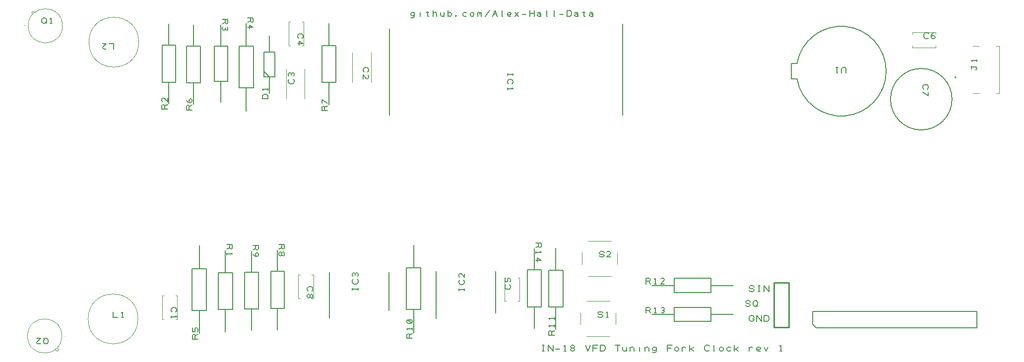
<source format=gbr>
G04 DesignSpark PCB Gerber Version 9.0 Build 5138 *
%FSLAX35Y35*%
%MOIN*%
%ADD12C,0.00394*%
%ADD10C,0.00500*%
%ADD11C,0.00787*%
%ADD13C,0.01000*%
X0Y0D02*
D02*
D10*
X20261Y230421D02*
Y231671D01*
X20574Y232296*
X20887Y232609*
X21511Y232921*
X22137*
X22761Y232609*
X23074Y232296*
X23387Y231671*
Y230421*
X23074Y229796*
X22761Y229484*
X22137Y229171*
X21511*
X20887Y229484*
X20574Y229796*
X20261Y230421*
X22449Y230109D02*
X23387Y229171D01*
X25887D02*
X27137D01*
X26511D02*
Y232921D01*
X25887Y232296*
X24439Y16279D02*
Y15029D01*
X24126Y14404*
X23813Y14091*
X23189Y13779*
X22563*
X21939Y14091*
X21626Y14404*
X21313Y15029*
Y16279*
X21626Y16904*
X21939Y17216*
X22563Y17529*
X23189*
X23813Y17216*
X24126Y16904*
X24439Y16279*
X22251Y16591D02*
X21313Y17529D01*
X16939D02*
X19439D01*
X17251Y15341*
X16939Y14716*
X17251Y14091*
X17876Y13779*
X18813*
X19439Y14091*
X68100Y35287D02*
Y31537D01*
X71225*
X73725D02*
X74975D01*
X74350D02*
Y35287D01*
X73725Y34663*
X68600Y211913D02*
Y215663D01*
X65475*
X61100D02*
X63600D01*
X61413Y213475*
X61100Y212850*
X61413Y212225*
X62037Y211913*
X62975*
X63600Y212225*
X104663Y171600D02*
X100913D01*
Y173787*
X101225Y174413*
X101850Y174725*
X102475Y174413*
X102787Y173787*
Y171600*
Y173787D02*
X104663Y174725D01*
Y179100D02*
Y176600D01*
X102475Y178787*
X101850Y179100*
X101225Y178787*
X100913Y178163*
Y177225*
X101225Y176600*
X107663Y35132D02*
X107350Y35445D01*
X107037Y36070*
Y37007*
X107350Y37632*
X107663Y37945*
X108287Y38257*
X109537*
X110163Y37945*
X110475Y37632*
X110787Y37007*
Y36070*
X110475Y35445*
X110163Y35132*
X107037Y32632D02*
Y31382D01*
Y32007D02*
X110787D01*
X110163Y32632*
X121163Y171100D02*
X117413D01*
Y173287*
X117725Y173913*
X118350Y174225*
X118975Y173913*
X119287Y173287*
Y171100*
Y173287D02*
X121163Y174225D01*
X120225Y176100D02*
X119600Y176413D01*
X119287Y177037*
Y177663*
X119600Y178287*
X120225Y178600*
X120850Y178287*
X121163Y177663*
Y177037*
X120850Y176413*
X120225Y176100*
X119287*
X118350Y176413*
X117725Y177037*
X117413Y177663*
X125163Y17100D02*
X121413D01*
Y19287*
X121725Y19913*
X122350Y20225*
X122975Y19913*
X123287Y19287*
Y17100*
Y19287D02*
X125163Y20225D01*
X124850Y22100D02*
X125163Y22725D01*
Y23663*
X124850Y24287*
X124225Y24600*
X123913*
X123287Y24287*
X122975Y23663*
Y22100*
X121413*
Y24600*
X141537Y232100D02*
X145287D01*
Y229913*
X144975Y229287*
X144350Y228975*
X143725Y229287*
X143413Y229913*
Y232100*
Y229913D02*
X141537Y228975D01*
X141850Y226787D02*
X141537Y226163D01*
Y225537*
X141850Y224913*
X142475Y224600*
X143100Y224913*
X143413Y225537*
Y226163*
Y225537D02*
X143725Y224913D01*
X144350Y224600*
X144975Y224913*
X145287Y225537*
Y226163*
X144975Y226787*
X144537Y80600D02*
X148287D01*
Y78413*
X147975Y77787*
X147350Y77475*
X146725Y77787*
X146413Y78413*
Y80600*
Y78413D02*
X144537Y77475D01*
Y74975D02*
Y73725D01*
Y74350D02*
X148287D01*
X147663Y74975*
X158537Y233100D02*
X162287D01*
Y230913*
X161975Y230287*
X161350Y229975*
X160725Y230287*
X160413Y230913*
Y233100*
Y230913D02*
X158537Y229975D01*
Y226537D02*
X162287D01*
X159787Y228100*
Y225600*
X162037Y80100D02*
X165787D01*
Y77913*
X165475Y77287*
X164850Y76975*
X164225Y77287*
X163913Y77913*
Y80100*
Y77913D02*
X162037Y76975D01*
Y74163D02*
X162350Y73537D01*
X162975Y72913*
X163913Y72600*
X164850*
X165475Y72913*
X165787Y73537*
Y74163*
X165475Y74787*
X164850Y75100*
X164225Y74787*
X163913Y74163*
Y73537*
X164225Y72913*
X164850Y72600*
X172163Y178600D02*
X168413D01*
Y180475*
X168725Y181100*
X169037Y181413*
X169663Y181725*
X170913*
X171537Y181413*
X171850Y181100*
X172163Y180475*
Y178600*
Y184225D02*
Y185475D01*
Y184850D02*
X168413D01*
X169037Y184225*
X179537Y80600D02*
X183287D01*
Y78413*
X182975Y77787*
X182350Y77475*
X181725Y77787*
X181413Y78413*
Y80600*
Y78413D02*
X179537Y77475D01*
X181413Y74663D02*
Y74037D01*
X181725Y73413*
X182350Y73100*
X182975Y73413*
X183287Y74037*
Y74663*
X182975Y75287*
X182350Y75600*
X181725Y75287*
X181413Y74663*
X181100Y75287*
X180475Y75600*
X179850Y75287*
X179537Y74663*
Y74037*
X179850Y73413*
X180475Y73100*
X181100Y73413*
X181413Y74037*
X189037Y191725D02*
X189350Y191413D01*
X189663Y190787*
Y189850*
X189350Y189225*
X189037Y188913*
X188413Y188600*
X187163*
X186537Y188913*
X186225Y189225*
X185913Y189850*
Y190787*
X186225Y191413*
X186537Y191725*
X189350Y193913D02*
X189663Y194537D01*
Y195163*
X189350Y195787*
X188725Y196100*
X188100Y195787*
X187787Y195163*
Y194537*
Y195163D02*
X187475Y195787D01*
X186850Y196100*
X186225Y195787*
X185913Y195163*
Y194537*
X186225Y193913*
X192663Y219132D02*
X192350Y219445D01*
X192037Y220070*
Y221007*
X192350Y221632*
X192663Y221945*
X193287Y222257*
X194537*
X195163Y221945*
X195475Y221632*
X195787Y221007*
Y220070*
X195475Y219445*
X195163Y219132*
X192037Y215695D02*
X195787D01*
X193287Y217257*
Y214757*
X199163Y49132D02*
X198850Y49445D01*
X198537Y50070*
Y51007*
X198850Y51632*
X199163Y51945*
X199787Y52257*
X201037*
X201663Y51945*
X201975Y51632*
X202287Y51007*
Y50070*
X201975Y49445*
X201663Y49132*
X200413Y46320D02*
Y45695D01*
X200725Y45070*
X201350Y44757*
X201975Y45070*
X202287Y45695*
Y46320*
X201975Y46945*
X201350Y47257*
X200725Y46945*
X200413Y46320*
X200100Y46945*
X199475Y47257*
X198850Y46945*
X198537Y46320*
Y45695*
X198850Y45070*
X199475Y44757*
X200100Y45070*
X200413Y45695*
X212163Y170600D02*
X208413D01*
Y172787*
X208725Y173413*
X209350Y173725*
X209975Y173413*
X210287Y172787*
Y170600*
Y172787D02*
X212163Y173725D01*
Y175600D02*
X208413Y178100D01*
Y175600*
X232663Y50037D02*
Y51287D01*
Y50663D02*
X228913D01*
Y50037D02*
Y51287D01*
X232037Y57225D02*
X232350Y56913D01*
X232663Y56287*
Y55350*
X232350Y54725*
X232037Y54413*
X231413Y54100*
X230163*
X229537Y54413*
X229225Y54725*
X228913Y55350*
Y56287*
X229225Y56913*
X229537Y57225*
X232350Y59413D02*
X232663Y60037D01*
Y60663*
X232350Y61287*
X231725Y61600*
X231100Y61287*
X230787Y60663*
Y60037*
Y60663D02*
X230475Y61287D01*
X229850Y61600*
X229225Y61287*
X228913Y60663*
Y60037*
X229225Y59413*
X236663Y196475D02*
X236350Y196787D01*
X236037Y197413*
Y198350*
X236350Y198975*
X236663Y199287*
X237287Y199600*
X238537*
X239163Y199287*
X239475Y198975*
X239787Y198350*
Y197413*
X239475Y196787*
X239163Y196475*
X236037Y192100D02*
Y194600D01*
X238225Y192413*
X238850Y192100*
X239475Y192413*
X239787Y193037*
Y193975*
X239475Y194600*
X270600Y235600D02*
X270287Y236225D01*
X269663Y236537*
X269037*
X268413Y236225*
X268100Y235600*
Y235287*
X268413Y234663*
X269037Y234350*
X269663*
X270287Y234663*
X270600Y235287*
Y236537D02*
Y234037D01*
X270287Y233413*
X269663Y233100*
X268725*
X268100Y233413*
X274350Y234037D02*
Y236537D01*
Y237475D02*
X278621Y236537*
X280079D01*
X279350Y237163D02*
Y234350D01*
X279663Y234037*
X279975*
X280287Y234350*
X283100Y234037D02*
Y237787D01*
Y235600D02*
X283413Y236225D01*
X284037Y236537*
X284663*
X285287Y236225*
X285600Y235600*
Y234037*
X288100Y236537D02*
Y234975D01*
X288413Y234350*
X289037Y234037*
X289663*
X290287Y234350*
X290600Y234975*
Y236537D02*
Y234037D01*
X293100Y234975D02*
X293413Y234350D01*
X294037Y234037*
X294663*
X295287Y234350*
X295600Y234975*
Y235600*
X295287Y236225*
X294663Y236537*
X294037*
X293413Y236225*
X293100Y235600*
Y234037D02*
Y237787D01*
X298413Y234037D02*
X298725Y234350D01*
X298413Y234663*
X298100Y234350*
X298413Y234037*
X305600Y236225D02*
X304975Y236537D01*
X304037*
X303413Y236225*
X303100Y235600*
Y234975*
X303413Y234350*
X304037Y234037*
X304975*
X305600Y234350*
X308100Y234975D02*
X308413Y234350D01*
X309037Y234037*
X309663*
X310287Y234350*
X310600Y234975*
Y235600*
X310287Y236225*
X309663Y236537*
X309037*
X308413Y236225*
X308100Y235600*
Y234975*
X313100Y234037D02*
Y236537D01*
Y236225D02*
X313413Y236537D01*
X314037*
X314350Y236225*
Y235287*
Y236225D02*
X314663Y236537D01*
X315287*
X315600Y236225*
Y234037*
X318100D02*
X321225Y237787D01*
X323100Y234037D02*
X324663Y237787D01*
X326225Y234037*
X323725Y235600D02*
X325600D01*
X329663Y234037D02*
X329350D01*
Y237787*
X335600Y234350D02*
X335287Y234037D01*
X334663*
X334037*
X333413Y234350*
X333100Y234975*
Y235913*
X333413Y236225*
X334037Y236537*
X334663*
X335287Y236225*
X335600Y235913*
Y235600*
X335287Y235287*
X334663Y234975*
X334037*
X333413Y235287*
X333100Y235600*
X338100Y234037D02*
X340600Y236537D01*
Y234037D02*
X338100Y236537D01*
X343100Y235287D02*
X345600D01*
X348100Y234037D02*
Y237787D01*
Y235913D02*
X351225D01*
Y234037D02*
Y237787D01*
X353100Y236225D02*
X353725Y236537D01*
X354663*
X355287Y236225*
X355600Y235600*
Y234663*
X355287Y234350*
X354663Y234037*
X354037*
X353413Y234350*
X353100Y234663*
Y234975*
X353413Y235287*
X354037Y235600*
X354663*
X355287Y235287*
X355600Y234975*
Y234663D02*
Y234037D01*
X359663D02*
X359350D01*
Y237787*
X364663Y234037D02*
X364350D01*
Y237787*
X368100Y235287D02*
X370600D01*
X373100Y234037D02*
Y237787D01*
X374975*
X375600Y237475*
X375913Y237163*
X376225Y236537*
Y235287*
X375913Y234663*
X375600Y234350*
X374975Y234037*
X373100*
X378100Y236225D02*
X378725Y236537D01*
X379663*
X380287Y236225*
X380600Y235600*
Y234663*
X380287Y234350*
X379663Y234037*
X379037*
X378413Y234350*
X378100Y234663*
Y234975*
X378413Y235287*
X379037Y235600*
X379663*
X380287Y235287*
X380600Y234975*
Y234663D02*
Y234037D01*
X383621Y236537D02*
X385079D01*
X384350Y237163D02*
Y234350D01*
X384663Y234037*
X384975*
X385287Y234350*
X388100Y236225D02*
X388725Y236537D01*
X389663*
X390287Y236225*
X390600Y235600*
Y234663*
X390287Y234350*
X389663Y234037*
X389037*
X388413Y234350*
X388100Y234663*
Y234975*
X388413Y235287*
X389037Y235600*
X389663*
X390287Y235287*
X390600Y234975*
Y234663D02*
Y234037D01*
X269163Y17600D02*
X265413D01*
Y19787*
X265725Y20413*
X266350Y20725*
X266975Y20413*
X267287Y19787*
Y17600*
Y19787D02*
X269163Y20725D01*
Y23225D02*
Y24475D01*
Y23850D02*
X265413D01*
X266037Y23225*
X268850Y27913D02*
X269163Y28537D01*
Y29163*
X268850Y29787*
X268225Y30100*
X266350*
X265725Y29787*
X265413Y29163*
Y28537*
X265725Y27913*
X266350Y27600*
X268225*
X268850Y27913*
X265725Y29787*
X304163Y49537D02*
Y50787D01*
Y50163D02*
X300413D01*
Y49537D02*
Y50787D01*
X303537Y56725D02*
X303850Y56413D01*
X304163Y55787*
Y54850*
X303850Y54225*
X303537Y53913*
X302913Y53600*
X301663*
X301037Y53913*
X300725Y54225*
X300413Y54850*
Y55787*
X300725Y56413*
X301037Y56725*
X304163Y61100D02*
Y58600D01*
X301975Y60787*
X301350Y61100*
X300725Y60787*
X300413Y60163*
Y59225*
X300725Y58600*
X333037Y195663D02*
Y194413D01*
Y195037D02*
X336787D01*
Y195663D02*
Y194413D01*
X333663Y188475D02*
X333350Y188787D01*
X333037Y189413*
Y190350*
X333350Y190975*
X333663Y191287*
X334287Y191600*
X335537*
X336163Y191287*
X336475Y190975*
X336787Y190350*
Y189413*
X336475Y188787*
X336163Y188475*
X333037Y185975D02*
Y184725D01*
Y185350D02*
X336787D01*
X336163Y185975*
X334537Y53568D02*
X334850Y53255D01*
X335163Y52630*
Y51693*
X334850Y51068*
X334537Y50755*
X333913Y50443*
X332663*
X332037Y50755*
X331725Y51068*
X331413Y51693*
Y52630*
X331725Y53255*
X332037Y53568*
X334850Y55443D02*
X335163Y56068D01*
Y57005*
X334850Y57630*
X334225Y57943*
X333913*
X333287Y57630*
X332975Y57005*
Y55443*
X331413*
Y57943*
X352037Y81600D02*
X355787D01*
Y79413*
X355475Y78787*
X354850Y78475*
X354225Y78787*
X353913Y79413*
Y81600*
Y79413D02*
X352037Y78475D01*
Y75975D02*
Y74725D01*
Y75350D02*
X355787D01*
X355163Y75975*
X352037Y70037D02*
X355787D01*
X353287Y71600*
Y69100*
X356537Y9037D02*
X357787D01*
X357163D02*
Y12787D01*
X356537D02*
X357787D01*
X360600Y9037D02*
Y12787D01*
X363725Y9037*
Y12787*
X365600Y10287D02*
X368100D01*
X371225Y9037D02*
X372475D01*
X371850D02*
Y12787D01*
X371225Y12163*
X376537Y10913D02*
X377163D01*
X377787Y11225*
X378100Y11850*
X377787Y12475*
X377163Y12787*
X376537*
X375913Y12475*
X375600Y11850*
X375913Y11225*
X376537Y10913*
X375913Y10600*
X375600Y9975*
X375913Y9350*
X376537Y9037*
X377163*
X377787Y9350*
X378100Y9975*
X377787Y10600*
X377163Y10913*
X385600Y12787D02*
X387163Y9037D01*
X388725Y12787*
X390600Y9037D02*
Y12787D01*
X393725*
X393100Y10913D02*
X390600D01*
X395600Y9037D02*
Y12787D01*
X397475*
X398100Y12475*
X398413Y12163*
X398725Y11537*
Y10287*
X398413Y9663*
X398100Y9350*
X397475Y9037*
X395600*
X407163D02*
Y12787D01*
X405600D02*
X408725D01*
X410600Y11537D02*
Y9975D01*
X410913Y9350*
X411537Y9037*
X412163*
X412787Y9350*
X413100Y9975*
Y11537D02*
Y9037D01*
X415600D02*
Y11537D01*
Y10600D02*
X415913Y11225D01*
X416537Y11537*
X417163*
X417787Y11225*
X418100Y10600*
Y9037*
X421850D02*
Y11537D01*
Y12475D02*
X425600Y9037*
Y11537D01*
Y10600D02*
X425913Y11225D01*
X426537Y11537*
X427163*
X427787Y11225*
X428100Y10600*
Y9037*
X433100Y10600D02*
X432787Y11225D01*
X432163Y11537*
X431537*
X430913Y11225*
X430600Y10600*
Y10287*
X430913Y9663*
X431537Y9350*
X432163*
X432787Y9663*
X433100Y10287*
Y11537D02*
Y9037D01*
X432787Y8413*
X432163Y8100*
X431225*
X430600Y8413*
X440600Y9037D02*
Y12787D01*
X443725*
X443100Y10913D02*
X440600D01*
X445600Y9975D02*
X445913Y9350D01*
X446537Y9037*
X447163*
X447787Y9350*
X448100Y9975*
Y10600*
X447787Y11225*
X447163Y11537*
X446537*
X445913Y11225*
X445600Y10600*
Y9975*
X450600Y9037D02*
Y11537D01*
Y10600D02*
X450913Y11225D01*
X451537Y11537*
X452163*
X452787Y11225*
X455600Y9037D02*
Y12787D01*
Y10287D02*
X456537D01*
X458100Y11537*
X456537Y10287D02*
X458100Y9037D01*
X468725Y9663D02*
X468413Y9350D01*
X467787Y9037*
X466850*
X466225Y9350*
X465913Y9663*
X465600Y10287*
Y11537*
X465913Y12163*
X466225Y12475*
X466850Y12787*
X467787*
X468413Y12475*
X468725Y12163*
X472163Y9037D02*
X471850D01*
Y12787*
X475600Y9975D02*
X475913Y9350D01*
X476537Y9037*
X477163*
X477787Y9350*
X478100Y9975*
Y10600*
X477787Y11225*
X477163Y11537*
X476537*
X475913Y11225*
X475600Y10600*
Y9975*
X483100Y11225D02*
X482475Y11537D01*
X481537*
X480913Y11225*
X480600Y10600*
Y9975*
X480913Y9350*
X481537Y9037*
X482475*
X483100Y9350*
X485600Y9037D02*
Y12787D01*
Y10287D02*
X486537D01*
X488100Y11537*
X486537Y10287D02*
X488100Y9037D01*
X495600D02*
Y11537D01*
Y10600D02*
X495913Y11225D01*
X496537Y11537*
X497163*
X497787Y11225*
X503100Y9350D02*
X502787Y9037D01*
X502163*
X501537*
X500913Y9350*
X500600Y9975*
Y10913*
X500913Y11225*
X501537Y11537*
X502163*
X502787Y11225*
X503100Y10913*
Y10600*
X502787Y10287*
X502163Y9975*
X501537*
X500913Y10287*
X500600Y10600*
X505600Y11537D02*
X506850Y9037D01*
X508100Y11537*
X516225Y9037D02*
X517475D01*
X516850D02*
Y12787D01*
X516225Y12163*
X364663Y19600D02*
X360913D01*
Y21787*
X361225Y22413*
X361850Y22725*
X362475Y22413*
X362787Y21787*
Y19600*
Y21787D02*
X364663Y22725D01*
Y25225D02*
Y26475D01*
Y25850D02*
X360913D01*
X361537Y25225*
X364663Y30225D02*
Y31475D01*
Y30850D02*
X360913D01*
X361537Y30225*
X393895Y32617D02*
X394208Y31992D01*
X394833Y31679*
X396083*
X396708Y31992*
X397020Y32617*
X396708Y33242*
X396083Y33554*
X394833*
X394208Y33867*
X393895Y34492*
X394208Y35117*
X394833Y35429*
X396083*
X396708Y35117*
X397020Y34492*
X399520Y31679D02*
X400770D01*
X400145D02*
Y35429D01*
X399520Y34804*
X394895Y73117D02*
X395208Y72492D01*
X395833Y72179*
X397083*
X397708Y72492*
X398020Y73117*
X397708Y73742*
X397083Y74054*
X395833*
X395208Y74367*
X394895Y74992*
X395208Y75617*
X395833Y75929*
X397083*
X397708Y75617*
X398020Y74992*
X402395Y72179D02*
X399895D01*
X402083Y74367*
X402395Y74992*
X402083Y75617*
X401458Y75929*
X400520*
X399895Y75617*
X426100Y34537D02*
Y38287D01*
X428287*
X428913Y37975*
X429225Y37350*
X428913Y36725*
X428287Y36413*
X426100*
X428287D02*
X429225Y34537D01*
X431725D02*
X432975D01*
X432350D02*
Y38287D01*
X431725Y37663*
X436413Y34850D02*
X437037Y34537D01*
X437663*
X438287Y34850*
X438600Y35475*
X438287Y36100*
X437663Y36413*
X437037*
X437663D02*
X438287Y36725D01*
X438600Y37350*
X438287Y37975*
X437663Y38287*
X437037*
X436413Y37975*
X426100Y54037D02*
Y57787D01*
X428287*
X428913Y57475*
X429225Y56850*
X428913Y56225*
X428287Y55913*
X426100*
X428287D02*
X429225Y54037D01*
X431725D02*
X432975D01*
X432350D02*
Y57787D01*
X431725Y57163*
X438600Y54037D02*
X436100D01*
X438287Y56225*
X438600Y56850*
X438287Y57475*
X437663Y57787*
X436725*
X436100Y57475*
X493100Y39975D02*
X493413Y39350D01*
X494037Y39037*
X495287*
X495913Y39350*
X496225Y39975*
X495913Y40600*
X495287Y40913*
X494037*
X493413Y41225*
X493100Y41850*
X493413Y42475*
X494037Y42787*
X495287*
X495913Y42475*
X496225Y41850*
X498100Y40287D02*
Y41537D01*
X498413Y42163*
X498725Y42475*
X499350Y42787*
X499975*
X500600Y42475*
X500913Y42163*
X501225Y41537*
Y40287*
X500913Y39663*
X500600Y39350*
X499975Y39037*
X499350*
X498725Y39350*
X498413Y39663*
X498100Y40287*
X500287Y39975D02*
X501225Y39037D01*
X497787Y30600D02*
X498725D01*
Y30287*
X498413Y29663*
X498100Y29350*
X497475Y29037*
X496850*
X496225Y29350*
X495913Y29663*
X495600Y30287*
Y31537*
X495913Y32163*
X496225Y32475*
X496850Y32787*
X497475*
X498100Y32475*
X498413Y32163*
X498725Y31537*
X500600Y29037D02*
Y32787D01*
X503725Y29037*
Y32787*
X505600Y29037D02*
Y32787D01*
X507475*
X508100Y32475*
X508413Y32163*
X508725Y31537*
Y30287*
X508413Y29663*
X508100Y29350*
X507475Y29037*
X505600*
X495600Y49975D02*
X495913Y49350D01*
X496537Y49037*
X497787*
X498413Y49350*
X498725Y49975*
X498413Y50600*
X497787Y50913*
X496537*
X495913Y51225*
X495600Y51850*
X495913Y52475*
X496537Y52787*
X497787*
X498413Y52475*
X498725Y51850*
X501537Y49037D02*
X502787D01*
X502163D02*
Y52787D01*
X501537D02*
X502787D01*
X505600Y49037D02*
Y52787D01*
X508725Y49037*
Y52787*
X527621Y191862D02*
G75*
G03Y202338I29707J5238D01*
G01*
X523684*
Y191862*
X527621*
X538100Y35600D02*
X648600D01*
Y24600*
X540600*
X538100Y27100*
Y35600*
X560600Y195913D02*
Y198725D01*
X560287Y199350*
X559663Y199663*
X558413*
X557787Y199350*
X557475Y198725*
Y195913*
X554975Y199663D02*
X553725D01*
X554350D02*
Y195913D01*
X554975Y196537*
X612663Y184975D02*
X612350Y185287D01*
X612037Y185913*
Y186850*
X612350Y187475*
X612663Y187787*
X613287Y188100*
X614537*
X615163Y187787*
X615475Y187475*
X615787Y186850*
Y185913*
X615475Y185287*
X615163Y184975*
X612037Y183100D02*
X615787Y180600D01*
Y183100*
X616068Y219663D02*
X615755Y219350D01*
X615130Y219037*
X614193*
X613568Y219350*
X613255Y219663*
X612943Y220287*
Y221537*
X613255Y222163*
X613568Y222475*
X614193Y222787*
X615130*
X615755Y222475*
X616068Y222163*
X617943Y219975D02*
X618255Y220600D01*
X618880Y220913*
X619505*
X620130Y220600*
X620443Y219975*
X620130Y219350*
X619505Y219037*
X618880*
X618255Y219350*
X617943Y219975*
Y220913*
X618255Y221850*
X618880Y222475*
X619505Y222787*
X647931Y198100D02*
X648244Y198413D01*
X648556Y199037*
X648244Y199663*
X647931Y199975*
X644806*
Y200600*
Y199975D02*
Y198725D01*
X648556Y203725D02*
Y204975D01*
Y204350D02*
X644806D01*
X645431Y203725*
D02*
D11*
X101072Y189710D02*
Y214513D01*
X110128*
Y189710*
X101072*
X105600Y175340D02*
Y189710D01*
Y214513D02*
Y228883D01*
X117572Y189210D02*
Y214013D01*
X126628*
Y189210*
X117572*
X121277Y36391D02*
Y64344D01*
X130923*
Y36391*
X121277*
X122100Y174840D02*
Y189210D01*
Y214013D02*
Y228383D01*
X126100Y20840D02*
Y36391D01*
Y64344D02*
Y79895D01*
X140600Y190368D02*
Y176147D01*
Y228210D02*
Y213990D01*
X143600Y36899D02*
Y21891D01*
Y76710D02*
Y61702D01*
X145128Y213990D02*
Y190368D01*
X136072*
Y213990*
X145128*
X148324Y61702D02*
Y36899D01*
X138876*
Y61702*
X148324*
X157600Y185856D02*
Y170305D01*
Y229360D02*
Y213809D01*
X161100Y37187D02*
Y22817D01*
Y76360D02*
Y61990D01*
X162423Y213809D02*
Y185856D01*
X152777*
Y213809*
X162423*
X165628Y61990D02*
Y37187D01*
X156572*
Y61990*
X165628*
X169458Y193265D02*
Y209998D01*
X176742*
Y193265*
X169458*
Y196907D02*
X173100Y193265D01*
Y182242*
Y209998D02*
Y221021D01*
X178600Y37687D02*
Y23317D01*
Y76860D02*
Y62490D01*
X183128D02*
Y37687D01*
X174072*
Y62490*
X183128*
X208376Y189498D02*
Y214301D01*
X217824*
Y189498*
X208376*
X213100Y174490D02*
Y189498D01*
Y214301D02*
Y229309D01*
X213600Y31246D02*
Y62092D01*
X253600Y36108D02*
Y62092D01*
X253848Y225600D02*
Y167600D01*
X265277Y36891D02*
Y64844D01*
X274923*
Y36891*
X265277*
X270100Y21340D02*
Y36891D01*
Y64844D02*
Y80395D01*
X285100Y30943D02*
Y62600D01*
X325100Y34600D02*
Y62600D01*
X351100Y38687D02*
Y24317D01*
Y77860D02*
Y63490D01*
X355628D02*
Y38687D01*
X346572*
Y63490*
X355628*
X360876Y38498D02*
Y63301D01*
X370324*
Y38498*
X360876*
X365600Y23490D02*
Y38498D01*
Y63301D02*
Y78309D01*
X410352Y228931D02*
Y167600D01*
X429990Y33600D02*
X444998D01*
X429990Y53100D02*
X444998D01*
Y38324D02*
X469801D01*
Y28876*
X444998*
Y38324*
Y57824D02*
X469801D01*
Y48376*
X444998*
Y57824*
X469801Y33600D02*
X484809D01*
X469801Y53100D02*
X484809D01*
X611100Y157588D02*
G75*
G02Y198927J20669D01*
G01*
Y157588D02*
G75*
G02Y198927J20669D01*
G01*
G75*
G02Y157588J-20669*
G01*
X633671Y192982D02*
G75*
G03X634458I394D01*
G01*
X633671D02*
G75*
G02X634458I394D01*
G01*
D02*
D12*
X8998Y227801D02*
G75*
G02X8706I-146D01*
G01*
X8998D02*
G75*
G02X8706I-146D01*
G01*
G75*
G02X8998I146*
G01*
X10604Y19100D02*
G75*
G02X33596I11496D01*
G01*
X10604D02*
G75*
G02X33596I11496D01*
G01*
G75*
G02X10604I-11496*
G01*
X14159Y235596D02*
X13175Y236580D01*
X14336Y237742*
X15419Y236659*
X30541Y11104D02*
X31525Y10120D01*
X30364Y8958*
X29281Y10041*
X34096Y227600D02*
G75*
G02X11104I-11496D01*
G01*
X34096D02*
G75*
G02X11104I-11496D01*
G01*
G75*
G02X34096I11496*
G01*
X35702Y18899D02*
G75*
G02X35994I146D01*
G01*
X35702D02*
G75*
G02X35994I146D01*
G01*
G75*
G02X35702I-146*
G01*
X51368Y30600D02*
X51868Y216600*
G75*
G03X85332I16732D01*
G01*
X51868D02*
G75*
G02X85332I16732D01*
G01*
X84832Y30600D02*
G75*
G03X51368I-16732D01*
G01*
X84832D02*
G75*
G02X51368I-16732D01*
G01*
X85332Y216600D02*
X102163Y46131*
X100982D01*
Y30383*
X102163*
X110037Y46131D02*
X111218D01*
Y30383*
X110037*
X184320Y178600D02*
Y198600D01*
X187163Y230131D02*
X185982D01*
Y214383*
X187163*
X193663Y60131D02*
X192482D01*
Y44383*
X193663*
X195037Y230131D02*
X196218D01*
Y214383*
X195037*
X196880Y178600D02*
Y198600D01*
X201537Y60131D02*
X202718D01*
Y44383*
X201537*
X228820Y209600D02*
Y189600D01*
X241380Y209600D02*
Y189600D01*
X332163Y42569D02*
X330982D01*
Y58317*
X332163*
X340037Y42569D02*
X341218D01*
Y58317*
X340037*
X382084Y34679D02*
X382104Y26805D01*
X382084Y34679D02*
X382104Y26805*
X383084Y75179*
X383104Y67305D01*
X383084Y75179D02*
X383104Y67305*
X386021Y18931*
X401769D01*
X386021Y42553D02*
X401769D01*
X387021Y59431D02*
X402769D01*
X387021Y83053D02*
X402769D01*
X405687Y34679D02*
X405706Y26805D01*
X405687Y34679D02*
X406687Y75179*
X406706Y67305D01*
X406687Y75179D02*
X605069Y214163*
Y212982D01*
X620817*
Y214163*
X605069Y222037D02*
Y223218D01*
X620817*
Y222037*
X645876Y182352D02*
X649813D01*
X645876Y213848D02*
X649813D01*
X661624Y182352D02*
X663592D01*
Y213848*
X661624*
D02*
D13*
X512100Y55100D02*
Y25100D01*
X522100*
Y55100*
X512100*
X0Y0D02*
M02*

</source>
